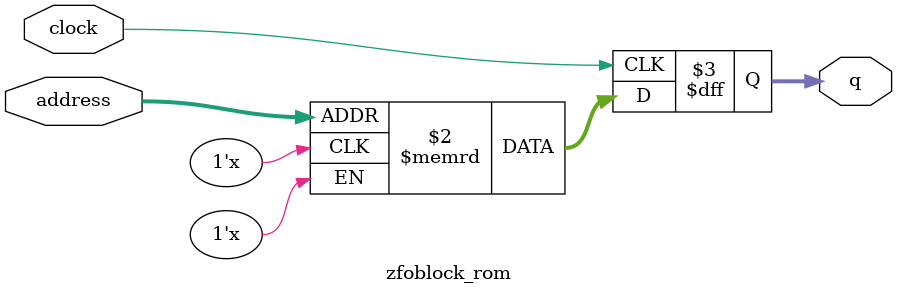
<source format=sv>
module zfoblock_rom (
	input logic clock,
	input logic [11:0] address,
	output logic [3:0] q
);

logic [3:0] memory [0:4095] /* synthesis ram_init_file = "./zfoblock/zfoblock.mif" */;

always_ff @ (posedge clock) begin
	q <= memory[address];
end

endmodule

</source>
